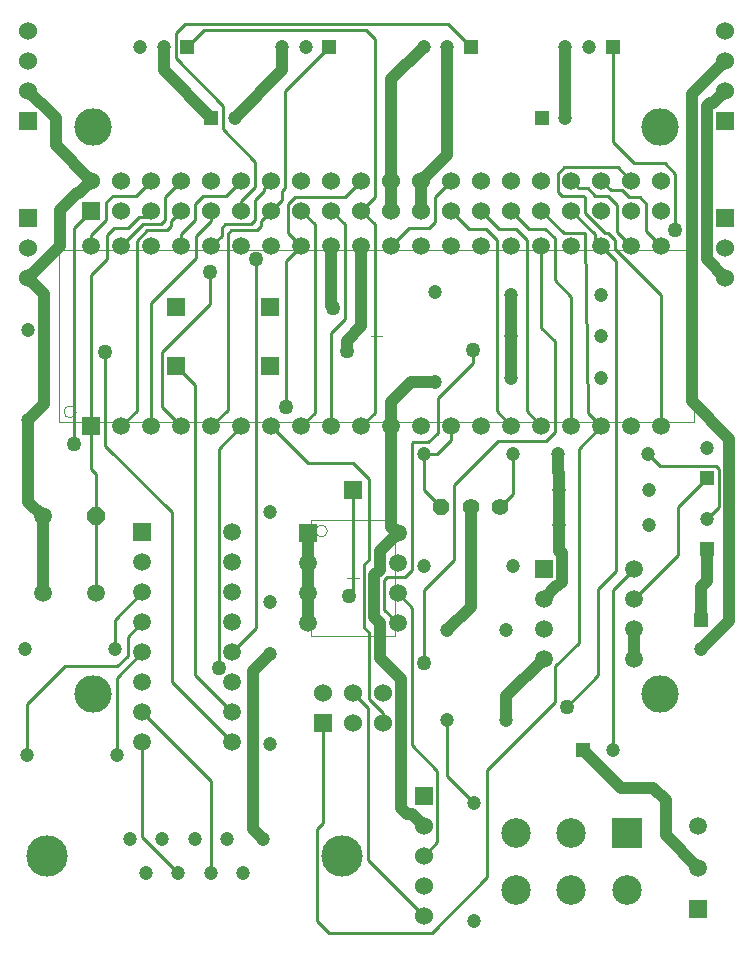
<source format=gtl>
%FSLAX23Y23*%
%MOMM*%
%SFA1B1*%

%IPPOS*%
%AMD29*
4,1,8,-0.292100,0.701040,-0.701040,0.292100,-0.701040,-0.292100,-0.292100,-0.701040,0.292100,-0.701040,0.701040,-0.292100,0.701040,0.292100,0.292100,0.701040,-0.292100,0.701040,0.0*
%
%AMD30*
4,1,8,-0.749300,-0.309880,-0.309880,-0.749300,0.309880,-0.749300,0.749300,-0.309880,0.749300,0.309880,0.309880,0.749300,-0.309880,0.749300,-0.749300,0.309880,-0.749300,-0.309880,0.0*
%
%ADD10C,0.253999*%
%ADD11C,0.999998*%
%ADD12C,0.100000*%
%ADD13C,1.523997*%
%ADD14R,1.523997X1.523997*%
%ADD15R,1.523997X1.523997*%
%ADD16C,1.199998*%
%ADD17C,3.174994*%
%ADD18R,1.499997X1.499997*%
%ADD19C,1.499997*%
%ADD20R,1.199998X1.199998*%
%ADD21R,1.499997X1.499997*%
%ADD22C,1.499997*%
%ADD23C,2.499995*%
%ADD24R,2.499995X2.499995*%
%ADD25C,3.499993*%
%ADD26R,1.199998X1.199998*%
%ADD27R,1.499997X1.499997*%
%ADD28C,1.399997*%
G04~CAMADD=29~4~0.0~0.0~551.2~551.2~0.0~161.4~0~0.0~0.0~0.0~0.0~0~0.0~0.0~0.0~0.0~0~0.0~0.0~0.0~45.0~551.2~551.2*
%ADD29D29*%
G04~CAMADD=30~4~0.0~0.0~590.6~590.6~0.0~173.0~0~0.0~0.0~0.0~0.0~0~0.0~0.0~0.0~0.0~0~0.0~0.0~0.0~135.0~590.6~590.6*
%ADD30D30*%
%ADD31C,1.269997*%
G54D10*
X123649Y140129D02*
X124790Y138989D01*
Y123020D02*
Y138989D01*
X123649Y121879D02*
X124790Y123020D01*
X126189Y121879D02*
Y129801D01*
X127330Y130941*
Y138989*
X126189Y140129D02*
X127330Y138989D01*
X155295Y138455D02*
Y143255D01*
X154431Y144119D02*
X155295Y143255D01*
X151841Y144119D02*
X154431D01*
X149999Y145960D02*
X151841Y144119D01*
X149999Y145960D02*
Y153999D01*
X110949Y121879D02*
Y132336D01*
X114757Y136143*
Y138000*
X116029Y139273*
Y140129*
X128729D02*
X129895Y141295D01*
Y154685*
X129158Y155422D02*
X129895Y154685D01*
X115422Y155422D02*
X129158D01*
X113999Y153999D02*
X115422Y155422D01*
X128729Y140129D02*
X129870Y138989D01*
Y123020D02*
Y138989D01*
X128729Y121879D02*
X129870Y123020D01*
X127334Y141274D02*
X128729Y142669D01*
X123065Y141274D02*
X127334D01*
X122506Y140715D02*
X123065Y141274D01*
X122506Y138262D02*
Y140715D01*
Y138262D02*
X123649Y137119D01*
X116662Y101396D02*
Y119972D01*
X118569Y121879*
X150445Y143814D02*
X151589Y142669D01*
X145922Y143814D02*
X150445D01*
X145364Y143255D02*
X145922Y143814D01*
X145364Y141731D02*
Y143255D01*
Y141731D02*
X145694Y141401D01*
X147525*
X147652Y141274*
Y139910D02*
Y141274D01*
Y139910D02*
X149311Y138252D01*
X149596*
X150180Y137667*
Y136915D02*
Y137667D01*
Y136915D02*
X154129Y132966D01*
Y121879D02*
Y132966D01*
X149049Y142669D02*
X149860Y141858D01*
X150774*
X151358Y141274*
X152298*
X152857Y140715*
Y138392D02*
Y140715D01*
Y138392D02*
X154129Y137119D01*
X121109Y140129D02*
X121998Y141018D01*
Y141780*
X122275Y142057*
Y150275*
X125999Y153999*
X118569Y140129D02*
Y140969D01*
X119735Y142135*
Y144271*
X116992Y147015D02*
X119735Y144271D01*
X116992Y147015D02*
Y149021D01*
X113004Y153009D02*
X116992Y149021D01*
X113004Y153009D02*
Y155143D01*
X113791Y155930*
X136069*
X137999Y153999*
X131809Y107729D02*
X133019Y106520D01*
Y94843D02*
Y106520D01*
Y94843D02*
X135153Y92709D01*
Y86653D02*
Y92709D01*
X133999Y85499D02*
X135153Y86653D01*
X130678Y106320D02*
X131809Y105189D01*
X130678Y106320D02*
Y108864D01*
X130932Y109118*
X132384*
X132994Y109727*
Y120421*
X133070Y120497*
X134365*
X135204Y121335*
Y124282*
X138175Y127253*
Y128320*
X149999Y94499D02*
Y107999D01*
X151809Y109809*
X135999Y92250D02*
Y96999D01*
Y92250D02*
X138249Y89999D01*
X107999Y93999D02*
Y100539D01*
X110189Y102729*
X108940Y104020D02*
X110189Y105269D01*
X108940Y102412D02*
Y104020D01*
X108076Y101549D02*
X108940Y102412D01*
X103631Y101549D02*
X108076D01*
X100399Y98317D02*
X103631Y101549D01*
X100399Y93999D02*
Y98317D01*
X152999Y119499D02*
X154034Y118465D01*
X158749*
X159003Y118211*
Y115003D02*
Y118211D01*
X157999Y113999D02*
X159003Y115003D01*
X143969Y140129D02*
X145847Y138252D01*
X147650*
X147904Y123025*
X149049Y121879*
X143969Y130222D02*
Y137119D01*
Y130222D02*
X145110Y129082D01*
Y121411D02*
Y129082D01*
X144322Y120624D02*
X145110Y121411D01*
X140309Y120624D02*
X144322D01*
X136601Y116916D02*
X140309Y120624D01*
X136601Y110566D02*
Y116916D01*
X134035Y108000D02*
X136601Y110566D01*
X134035Y101828D02*
Y108000D01*
X133999Y116500D02*
Y119499D01*
Y116500D02*
X135499Y114999D01*
X136349Y120742D02*
Y121879D01*
X135107Y119499D02*
X136349Y120742D01*
X133999Y119499D02*
X135107D01*
X141599Y116100D02*
Y119499D01*
X140499Y114999D02*
X141599Y116100D01*
X105869Y137119D02*
Y138026D01*
X107137Y139293*
Y140842*
X107695Y141401*
X109681*
X110949Y142669*
X149049Y137119D02*
X150317Y135852D01*
Y109600D02*
Y135852D01*
X148793Y108076D02*
X150317Y109600D01*
X148793Y100787D02*
Y108076D01*
X146126Y98120D02*
X148793Y100787D01*
X147142Y119972D02*
X149049Y121879D01*
X147142Y103555D02*
Y119972D01*
X145160Y101574D02*
X147142Y103555D01*
X145160Y98551D02*
Y101574D01*
X139395Y92786D02*
X145160Y98551D01*
X139395Y83667D02*
Y92786D01*
X134721Y78993D02*
X139395Y83667D01*
X125983Y78993D02*
X134721D01*
X124967Y80009D02*
X125983Y78993D01*
X124967Y80009D02*
Y87807D01*
X125459Y88299*
Y96729*
X122377Y123494D02*
Y135847D01*
X123649Y137119*
X110396Y139576D02*
X110949Y140129D01*
X109903Y139576D02*
X110396D01*
X109002Y138675D02*
X109903Y139576D01*
X107763Y138675D02*
X109002D01*
X107191Y138103D02*
X107763Y138675D01*
X107191Y135995D02*
Y138103D01*
X105869Y134673D02*
X107191Y135995D01*
X105869Y121879D02*
Y134673D01*
X112674Y100245D02*
X117809Y95109D01*
X112674Y100245D02*
Y114579D01*
X107035Y120218D02*
X112674Y114579D01*
X107035Y120218D02*
Y128168D01*
X127999Y107806D02*
Y116499D01*
X127685Y107492D02*
X127999Y107806D01*
X130539Y96729D02*
Y97628D01*
X129387Y98780D02*
X130539Y97628D01*
X129387Y98780D02*
Y104366D01*
X128916Y104836D02*
X129387Y104366D01*
X128916Y104836D02*
Y110152D01*
X129387Y110622*
Y117424*
X128015Y118795D02*
X129387Y117424D01*
X124194Y118795D02*
X128015D01*
X121109Y121879D02*
X124194Y118795D01*
X148511Y137657D02*
X149049Y137119D01*
X148511Y137657D02*
Y138127D01*
X146509Y140129D02*
X148511Y138127D01*
X150411Y138298D02*
X151589Y137119D01*
X150411Y138298D02*
Y140621D01*
X149631Y141401D02*
X150411Y140621D01*
X148496Y141401D02*
X149631D01*
X147876Y142022D02*
X148496Y141401D01*
X147157Y142022D02*
X147876D01*
X146509Y142669D02*
X147157Y142022D01*
X104419Y138679D02*
X105869Y140129D01*
X104419Y120395D02*
Y138679D01*
X119837Y104757D02*
Y135991D01*
X117809Y102729D02*
X119837Y104757D01*
X115950Y132232D02*
Y134950D01*
X111861Y128142D02*
X115950Y132232D01*
X111861Y123508D02*
Y128142D01*
Y123508D02*
X113489Y121879D01*
X120455Y142015D02*
X121109Y142669D01*
X120455Y141761D02*
Y142015D01*
X119712Y141018D02*
X120455Y141761D01*
X119712Y139319D02*
Y141018D01*
X119379Y138986D02*
X119712Y139319D01*
X117219Y138986D02*
X119379D01*
X116916Y138683D02*
X117219Y138986D01*
X116916Y138006D02*
Y138683D01*
X116029Y137119D02*
X116916Y138006D01*
X112600Y139240D02*
X113489Y140129D01*
X112600Y138811D02*
Y139240D01*
X112267Y138478D02*
X112600Y138811D01*
X110589Y138478D02*
X112267D01*
X109702Y137591D02*
X110589Y138478D01*
X109702Y123172D02*
Y137591D01*
X108409Y121879D02*
X109702Y123172D01*
X112092Y141272D02*
X113489Y142669D01*
X112092Y139319D02*
Y141272D01*
X111759Y138986D02*
X112092Y139319D01*
X110276Y138986D02*
X111759D01*
X108409Y137119D02*
X110276Y138986D01*
X117301Y141401D02*
X118569Y142669D01*
X115315Y141401D02*
X117301D01*
X114632Y140718D02*
X115315Y141401D01*
X114632Y139319D02*
Y140718D01*
X113489Y138176D02*
X114632Y139319D01*
X113489Y137119D02*
Y138176D01*
X116029Y121879D02*
X117424Y123274D01*
Y138175*
X117727Y138478*
X119887*
X120220Y138811*
Y139240*
X121109Y140129*
X135000Y141320D02*
X136349Y142669D01*
X135000Y139191D02*
Y141320D01*
X134442Y138633D02*
X135000Y139191D01*
X132783Y138633D02*
X134442D01*
X131269Y137119D02*
X132783Y138633D01*
X151809Y107269D02*
X155549Y111009D01*
Y115009*
X157999Y117459*
X107849Y102999D02*
Y105469D01*
X110189Y107809*
Y97649D02*
X115969Y91869D01*
Y84079D02*
Y91869D01*
X129276Y85143D02*
X133999Y80419D01*
X129276Y85143D02*
Y97993D01*
X127999Y99269D02*
X129276Y97993D01*
X146509Y121879D02*
Y132839D01*
X145110Y134238D02*
X146509Y132839D01*
X145110Y134238D02*
Y137769D01*
X144271Y138607D02*
X145110Y137769D01*
X142952Y138607D02*
X144271D01*
X141429Y140129D02*
X142952Y138607D01*
X142722Y123127D02*
X143969Y121879D01*
X142722Y123127D02*
Y137667D01*
X141782Y138607D02*
X142722Y137667D01*
X140412Y138607D02*
X141782D01*
X138889Y140129D02*
X140412Y138607D01*
X136349Y140129D02*
X137872Y138607D01*
X139242*
X140182Y137667*
Y123127D02*
Y137667D01*
Y123127D02*
X141429Y121879D01*
X110189Y87119D02*
Y95109D01*
Y87119D02*
X113229Y84079D01*
X114630Y100829D02*
X117809Y97649D01*
X114630Y100829D02*
Y125369D01*
X112999Y126999D02*
X114630Y125369D01*
X105869Y118235D02*
Y121879D01*
Y118235D02*
X106249Y117855D01*
Y114249D02*
Y117855D01*
Y107749D02*
Y114249D01*
G54D11*
X131269Y113349D02*
Y121879D01*
Y113349D02*
X131809Y112809D01*
X156692Y149962D02*
X159499Y152769D01*
X156692Y124002D02*
Y149962D01*
Y124002D02*
X159892Y120802D01*
Y105392D02*
Y120802D01*
X157499Y102999D02*
X159892Y105392D01*
X126189Y132026D02*
X126314Y131902D01*
X126189Y132026D02*
Y137119D01*
X117999Y147999D02*
X121999Y151999D01*
Y153999*
X137999Y106599D02*
Y114999D01*
X135999Y104599D02*
X137999Y106599D01*
X119532Y101132D02*
X120999Y102599D01*
X119532Y87767D02*
Y101132D01*
Y87767D02*
X120379Y86919D01*
X128729Y130330D02*
Y137119D01*
X127482Y129082D02*
X128729Y130330D01*
X127482Y128207D02*
Y129082D01*
X100499Y122399D02*
X101853Y123753D01*
Y133105*
X100499Y134459D02*
X101853Y133105D01*
X100499Y115500D02*
Y122399D01*
Y115500D02*
X101749Y114249D01*
X132983Y89055D02*
X133999Y88039D01*
X132587Y89055D02*
X132983D01*
X132079Y89563D02*
X132587Y89055D01*
X132079Y89563D02*
Y100456D01*
X130301Y102234D02*
X132079Y100456D01*
X130301Y102234D02*
Y105213D01*
X129797Y105717D02*
X130301Y105213D01*
X129797Y105717D02*
Y109237D01*
X130301Y109741*
Y111301*
X131809Y112809*
X131269Y142669D02*
Y151269D01*
X133999Y153999*
X131269Y121879D02*
Y123951D01*
X132967Y125649*
X134999*
X154482Y87267D02*
X157249Y84499D01*
X154482Y87267D02*
Y90195D01*
X153415Y91262D02*
X154482Y90195D01*
X150737Y91262D02*
X153415D01*
X147499Y94499D02*
X150737Y91262D01*
X102844Y145695D02*
X105869Y142669D01*
X102844Y145695D02*
Y147980D01*
X101599Y149224D02*
X102844Y147980D01*
X101505Y149224D02*
X101599D01*
X100499Y150229D02*
X101505Y149224D01*
X111999Y151999D02*
Y153999D01*
Y151999D02*
X115999Y147999D01*
X100499Y134459D02*
X103200Y137160D01*
Y140207*
X104647Y141655*
X104855*
X105869Y142669*
X140999Y96999D02*
Y99000D01*
X144189Y102189*
Y107269D02*
X145225Y108305D01*
X145287*
X145694Y108711*
Y111108*
X145499Y111302D02*
X145694Y111108D01*
X145499Y111302D02*
Y113499D01*
X135999Y144860D02*
Y153999D01*
X133809Y142669D02*
X135999Y144860D01*
X157962Y135997D02*
X159499Y134459D01*
X157962Y135997D02*
Y148945D01*
X158241Y149224*
X158494*
X159499Y150229*
X145399Y118032D02*
Y119499D01*
Y118032D02*
X145499Y117932D01*
Y116499D02*
Y117932D01*
Y113499D02*
Y116499D01*
X141399Y125999D02*
Y129499D01*
Y132999*
X131269Y140129D02*
Y142669D01*
X145999Y147999D02*
Y153999D01*
X157999Y108729D02*
Y111459D01*
X157499Y108229D02*
X157999Y108729D01*
X157499Y105499D02*
Y108229D01*
X151809Y102189D02*
Y104729D01*
X124189Y110269D02*
Y112809D01*
Y107729D02*
Y110269D01*
Y105189D02*
Y107729D01*
X133809Y140129D02*
Y142669D01*
X101749Y107749D02*
Y114249D01*
G54D12*
X104549Y123099D02*
D01*
D01*
G75*
G03X103549I-499J0D01*
G74*G01*
D01*
G75*
G03X104549I500J0D01*
G74*G01*
X125849Y112999D02*
D01*
D01*
G75*
G03X124849I-499J0D01*
G74*G01*
D01*
G75*
G03X125849I500J0D01*
G74*G01*
X103149Y122199D02*
X156849D01*
X103149Y136799D02*
X156849D01*
X103149Y122199D02*
Y136799D01*
X156849Y122199D02*
Y136799D01*
X124449Y104099D02*
Y113899D01*
X131549Y104099D02*
Y113899D01*
X124449D02*
X131549D01*
X124449Y104099D02*
X131549D01*
X129999Y128999D02*
Y129999D01*
X129499Y129499D02*
X130499D01*
X127499Y108999D02*
X128499D01*
X127999Y108499D02*
Y109499D01*
G54D13*
X100499Y134459D03*
Y136999D03*
X130539Y96729D03*
X127999D03*
X130539Y99269D03*
X127999D03*
X125459D03*
X133999Y88039D03*
Y85499D03*
Y82959D03*
Y80419D03*
X154129Y140129D03*
X151589D03*
X149049D03*
X146509D03*
X143969D03*
X141429D03*
X138889D03*
X136349D03*
X133809D03*
X131269D03*
X128729D03*
X126189D03*
X123649D03*
X121109D03*
X118569D03*
X116029D03*
X113489D03*
X110949D03*
X108409D03*
X154129Y142669D03*
X151589D03*
X149049D03*
X146509D03*
X143969D03*
X141429D03*
X138889D03*
X136349D03*
X133809D03*
X131269D03*
X128729D03*
X126189D03*
X123649D03*
X121109D03*
X118569D03*
X116029D03*
X113489D03*
X110949D03*
X108409D03*
X105869D03*
X159499Y155309D03*
Y150229D03*
Y152769D03*
X100499Y155309D03*
Y150229D03*
Y152769D03*
X159499Y136999D03*
Y134459D03*
G54D14*
X100499Y139539D03*
X133999Y90579D03*
X159499Y147689D03*
X100499D03*
X159499Y139539D03*
G54D15*
X125459Y96729D03*
X105869Y140129D03*
G54D16*
X120999Y106999D03*
Y114599D03*
X107999Y93999D03*
X100399D03*
X120999Y94999D03*
Y102599D03*
X138249Y79999D03*
Y89999D03*
X157999Y113999D03*
Y119999D03*
X140999Y96999D03*
Y104599D03*
X145499Y116499D03*
X153099D03*
X152999Y119499D03*
X145399D03*
X133999Y109999D03*
X141599D03*
Y119499D03*
X133999D03*
X157499Y102999D03*
X153099Y113499D03*
X145499D03*
X114599Y86919D03*
X111859D03*
X109119D03*
X117339D03*
X120379D03*
X110489Y84079D03*
X113229D03*
X115969D03*
X118709D03*
X117999Y147999D03*
X121999Y153999D03*
X123999D03*
X133999D03*
X135999D03*
X145999Y147999D03*
X107849Y102999D03*
X100249D03*
X135999Y96999D03*
Y104599D03*
X149999Y94499D03*
X134999Y133249D03*
Y125649D03*
X141399Y132999D03*
X148999D03*
X141399Y129499D03*
X148999D03*
Y125999D03*
X141399D03*
X100499Y122399D03*
Y129999D03*
X109999Y153999D03*
X111999D03*
X145999D03*
X147999D03*
G54D17*
X105999Y147199D03*
X153999Y99199D03*
X105999D03*
X153999Y147199D03*
G54D18*
X105869Y121879D03*
X157249Y80999D03*
G54D19*
X108409Y121879D03*
X110949D03*
X113489D03*
X116029D03*
X118569D03*
X121109D03*
X123649D03*
X126189D03*
X128729D03*
X131269D03*
X133809D03*
X136349D03*
X138889D03*
X141429D03*
X143969D03*
X146509D03*
X149049D03*
X151589D03*
X154129D03*
X105869Y137119D03*
X108409D03*
X110949D03*
X113489D03*
X116029D03*
X118569D03*
X121109D03*
X123649D03*
X126189D03*
X128729D03*
X131269D03*
X133809D03*
X136349D03*
X138889D03*
X141429D03*
X143969D03*
X146509D03*
X149049D03*
X151589D03*
X154129D03*
X157249Y87999D03*
Y84499D03*
X124189Y110269D03*
Y107729D03*
Y105189D03*
X131809Y112809D03*
Y110269D03*
Y107729D03*
Y105189D03*
X101749Y107749D03*
X106249D03*
X101749Y114249D03*
G54D20*
X157999Y111459D03*
Y117459D03*
X157499Y105499D03*
G54D21*
X144189Y109809D03*
X110189Y112889D03*
G54D22*
X144189Y107269D03*
Y104729D03*
Y102189D03*
X151809Y109809D03*
Y107269D03*
Y104729D03*
Y102189D03*
X117809Y95109D03*
Y97649D03*
Y100189D03*
Y102729D03*
Y105269D03*
Y107809D03*
Y110349D03*
Y112889D03*
X110189Y95109D03*
Y97649D03*
Y100189D03*
Y102729D03*
Y105269D03*
Y107809D03*
Y110349D03*
G54D23*
X141799Y87414D03*
Y82584D03*
X151199D03*
X146499Y87414D03*
Y82584D03*
G54D24*
X151199Y87414D03*
G54D25*
X102099Y85499D03*
X127099D03*
G54D26*
X115999Y147999D03*
X125999Y153999D03*
X137999D03*
X143999Y147999D03*
X147499Y94499D03*
X113999Y153999D03*
X149999D03*
G54D27*
X127999Y116499D03*
X112999Y126999D03*
Y131999D03*
X120999D03*
Y126999D03*
X124189Y112809D03*
G54D28*
X140499Y114999D03*
X137999D03*
G54D29*
X135499Y114999D03*
G54D30*
X106249Y114249D03*
G54D31*
X155295Y138455D03*
X116662Y101396D03*
X138175Y128320D03*
X134035Y101828D03*
X126314Y131902D03*
X127482Y128207D03*
X146126Y98120D03*
X122377Y123494D03*
X107035Y128168D03*
X127685Y107492D03*
X104419Y120395D03*
X119837Y135991D03*
X115950Y134950D03*
M02*
</source>
